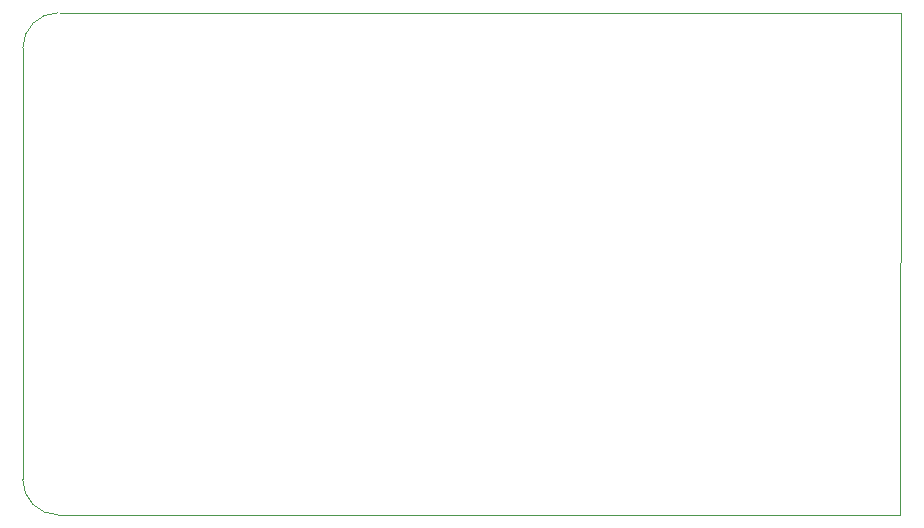
<source format=gbr>
%TF.GenerationSoftware,KiCad,Pcbnew,7.0.9*%
%TF.CreationDate,2023-12-28T11:44:19-05:00*%
%TF.ProjectId,PedalboardMain,50656461-6c62-46f6-9172-644d61696e2e,rev?*%
%TF.SameCoordinates,Original*%
%TF.FileFunction,Profile,NP*%
%FSLAX46Y46*%
G04 Gerber Fmt 4.6, Leading zero omitted, Abs format (unit mm)*
G04 Created by KiCad (PCBNEW 7.0.9) date 2023-12-28 11:44:19*
%MOMM*%
%LPD*%
G01*
G04 APERTURE LIST*
%TA.AperFunction,Profile*%
%ADD10C,0.100000*%
%TD*%
G04 APERTURE END LIST*
D10*
X185000001Y-120000000D02*
X113749999Y-120010398D01*
X113749999Y-77499999D02*
G75*
G03*
X110749999Y-80499999I1J-3000001D01*
G01*
X185125000Y-77500000D02*
X185000001Y-120000000D01*
X113874999Y-77499999D02*
X185125000Y-77500000D01*
X110739602Y-117000001D02*
G75*
G03*
X113749999Y-120010398I3010398J1D01*
G01*
X110739602Y-117000001D02*
X110749999Y-80499999D01*
M02*

</source>
